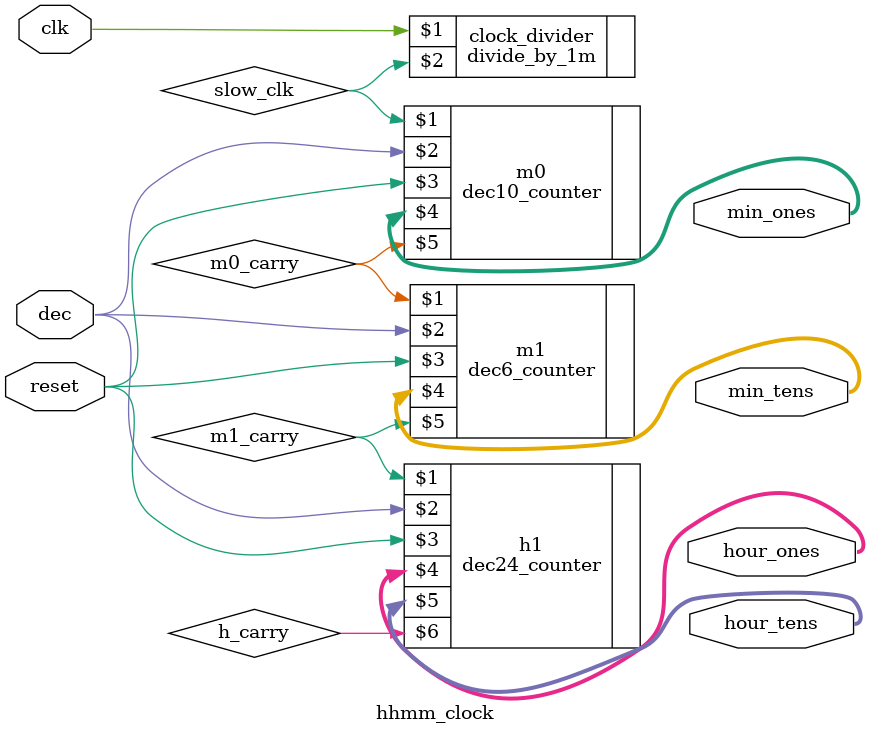
<source format=sv>
module hhmm_clock (
  input logic clk, dec, reset,
  output logic [3:0] min_ones, min_tens, hour_ones, hour_tens
);

  logic slow_clk;
  divide_by_1m clock_divider(clk, slow_clk);

  logic m0_carry, m1_carry, h_carry;
  dec10_counter m0(slow_clk, dec, reset, min_ones, m0_carry);
  dec6_counter m1(m0_carry, dec, reset, min_tens, m1_carry);
  dec24_counter h1(m1_carry, dec, reset, hour_ones, hour_tens, h_carry);

endmodule

</source>
